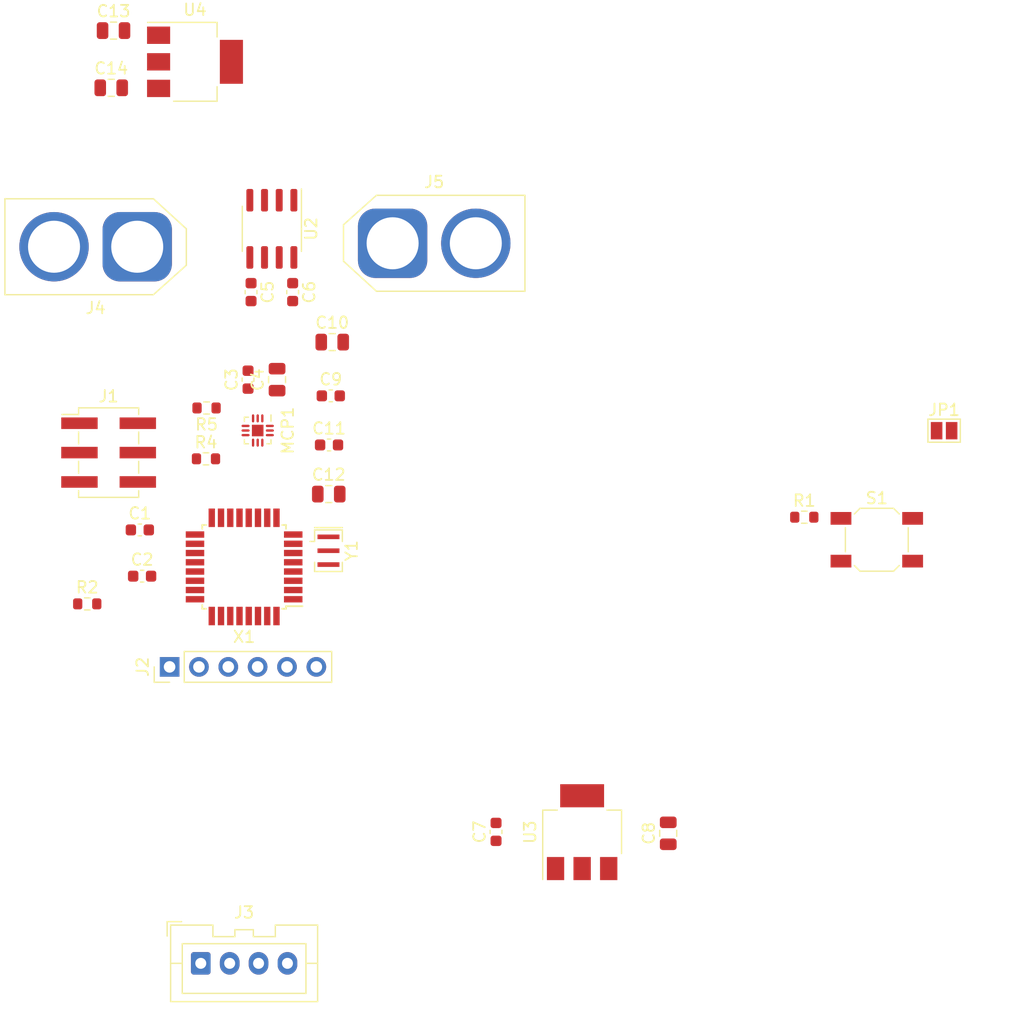
<source format=kicad_pcb>
(kicad_pcb (version 20221018) (generator pcbnew)
  (layers (0 "F.Cu" signal) (31 "B.Cu" signal) (34 "B.Paste" user) (35 "F.Paste" user) (36 "B.SilkS" user "B.Silkscreen") (37 "F.SilkS" user "F.Silkscreen") (38 "B.Mask" user) (39 "F.Mask" user) (44 "Edge.Cuts" user))
  (net 0 "")
  (net 1 "+3V3")
  (net 2 "GND")
  (net 3 "Net-(MCP1-REFIN+)")
  (net 4 "Net-(U2-FILTER)")
  (net 5 "+5V")
  (net 6 "+BATT")
  (net 7 "MISO")
  (net 8 "SCK")
  (net 9 "MOSI")
  (net 10 "RESET")
  (net 12 "RXD")
  (net 13 "TXD")
  (net 15 "Net-(J3-Pin_2)")
  (net 16 "SDA")
  (net 17 "SCL")
  (net 18 "VEH")
  (net 19 "/BATT_DIVIDED")
  (net 20 "/CURRENT")
  (net 21 "CS")
  (net 24 "Net-(X1-XTAL1{slash}PB6)")
  (net 25 "Net-(X1-XTAL2{slash}PB7)")
  (net 30 "SS")
  (footprint "Connector_PinHeader_2.54mm:PinHeader_1x06_P2.54mm_Vertical" (layer "F.Cu") (at 90 107.65 90)
    (fp_text reference "J2" (at 0 -2.33 90) (layer "F.SilkS"))
    (fp_text value "Conn_01x06_Female")
    (fp_line (start -1.33 -1.33) (end 0 -1.33) (stroke (width 0.12)) (layer "F.SilkS"))
    (fp_line (start -1.33 0) (end -1.33 -1.33) (stroke (width 0.12)) (layer "F.SilkS"))
    (fp_line (start -1.33 1.27) (end -1.33 14.03) (stroke (width 0.12)) (layer "F.SilkS"))
    (fp_line (start -1.33 1.27) (end 1.33 1.27) (stroke (width 0.12)) (layer "F.SilkS"))
    (fp_line (start -1.33 14.03) (end 1.33 14.03) (stroke (width 0.12)) (layer "F.SilkS"))
    (fp_line (start 1.33 1.27) (end 1.33 14.03) (stroke (width 0.12)) (layer "F.SilkS"))
    (pad "1" thru_hole rect (at 0 0 90) (size 1.7 1.7) (drill 1) (layers "*.Cu" "*.Mask") (net 2 "GND"))
    (pad "2" thru_hole oval (at 0 2.54 90) (size 1.7 1.7) (drill 1) (layers "*.Cu" "*.Mask"))
    (pad "3" thru_hole oval (at 0 5.08 90) (size 1.7 1.7) (drill 1) (layers "*.Cu" "*.Mask") (net 5 "+5V"))
    (pad "4" thru_hole oval (at 0 7.62 90) (size 1.7 1.7) (drill 1) (layers "*.Cu" "*.Mask") (net 12 "RXD"))
    (pad "5" thru_hole oval (at 0 10.16 90) (size 1.7 1.7) (drill 1) (layers "*.Cu" "*.Mask") (net 13 "TXD"))
    (pad "6" thru_hole oval (at 0 12.7 90) (size 1.7 1.7) (drill 1) (layers "*.Cu" "*.Mask"))
  )
  (footprint "Capacitor_SMD:C_0603_1608Metric" (layer "F.Cu") (at 87.425 95.8)
    (fp_text reference "C1" (at 0 -1.43) (layer "F.SilkS"))
    (fp_text value "10 nF")
    (fp_line (start -0.14058 -0.51) (end 0.14058 -0.51) (stroke (width 0.12)) (layer "F.SilkS"))
    (fp_line (start -0.14058 0.51) (end 0.14058 0.51) (stroke (width 0.12)) (layer "F.SilkS"))
    (pad "1" smd roundrect (at -0.775 0) (size 0.9 0.95) (layers "F.Cu" "F.Paste" "F.Mask") (net 1 "+3V3"))
    (pad "2" smd roundrect (at 0.775 0) (size 0.9 0.95) (layers "F.Cu" "F.Paste" "F.Mask") (net 2 "GND"))
  )
  (footprint "Package_SO:SOIC-8_3.9x4.9mm_P1.27mm" (layer "F.Cu") (at 98.85 69.75 -90)
    (fp_text reference "U2" (at 0 -3.4 90) (layer "F.SilkS"))
    (fp_text value "ACS712ELCTR-20A")
    (fp_line (start 0 -2.56) (end -3.45 -2.56) (stroke (width 0.12)) (layer "F.SilkS"))
    (fp_line (start 0 -2.56) (end 1.95 -2.56) (stroke (width 0.12)) (layer "F.SilkS"))
    (fp_line (start 0 2.56) (end -1.95 2.56) (stroke (width 0.12)) (layer "F.SilkS"))
    (fp_line (start 0 2.56) (end 1.95 2.56) (stroke (width 0.12)) (layer "F.SilkS"))
    (pad "1" smd roundrect (at -2.475 -1.905 270) (size 1.95 0.6) (layers "F.Cu" "F.Paste" "F.Mask") (net 6 "+BATT"))
    (pad "2" smd roundrect (at -2.475 -0.635 270) (size 1.95 0.6) (layers "F.Cu" "F.Paste" "F.Mask") (net 6 "+BATT"))
    (pad "3" smd roundrect (at -2.475 0.635 270) (size 1.95 0.6) (layers "F.Cu" "F.Paste" "F.Mask") (net 18 "VEH"))
    (pad "4" smd roundrect (at -2.475 1.905 270) (size 1.95 0.6) (layers "F.Cu" "F.Paste" "F.Mask") (net 18 "VEH"))
    (pad "5" smd roundrect (at 2.475 1.905 270) (size 1.95 0.6) (layers "F.Cu" "F.Paste" "F.Mask") (net 2 "GND"))
    (pad "6" smd roundrect (at 2.475 0.635 270) (size 1.95 0.6) (layers "F.Cu" "F.Paste" "F.Mask") (net 4 "Net-(U2-FILTER)"))
    (pad "7" smd roundrect (at 2.475 -0.635 270) (size 1.95 0.6) (layers "F.Cu" "F.Paste" "F.Mask") (net 20 "/CURRENT"))
    (pad "8" smd roundrect (at 2.475 -1.905 270) (size 1.95 0.6) (layers "F.Cu" "F.Paste" "F.Mask") (net 5 "+5V"))
  )
  (footprint "Capacitor_SMD:C_0805_2012Metric" (layer "F.Cu") (at 133.15 122.05 90)
    (fp_text reference "C8" (at 0 -1.68 90) (layer "F.SilkS"))
    (fp_text value "22 uF")
    (fp_line (start -0.261252 -0.735) (end 0.261252 -0.735) (stroke (width 0.12)) (layer "F.SilkS"))
    (fp_line (start -0.261252 0.735) (end 0.261252 0.735) (stroke (width 0.12)) (layer "F.SilkS"))
    (pad "1" smd roundrect (at -0.95 0 90) (size 1 1.45) (layers "F.Cu" "F.Paste" "F.Mask") (net 5 "+5V"))
    (pad "2" smd roundrect (at 0.95 0 90) (size 1 1.45) (layers "F.Cu" "F.Paste" "F.Mask") (net 2 "GND"))
  )
  (footprint "Capacitor_SMD:C_0805_2012Metric" (layer "F.Cu") (at 99.3 82.8 90)
    (fp_text reference "C4" (at 0 -1.68 90) (layer "F.SilkS"))
    (fp_text value "10uF")
    (fp_line (start -0.261252 -0.735) (end 0.261252 -0.735) (stroke (width 0.12)) (layer "F.SilkS"))
    (fp_line (start -0.261252 0.735) (end 0.261252 0.735) (stroke (width 0.12)) (layer "F.SilkS"))
    (pad "1" smd roundrect (at -0.95 0 90) (size 1 1.45) (layers "F.Cu" "F.Paste" "F.Mask") (net 3 "Net-(MCP1-REFIN+)"))
    (pad "2" smd roundrect (at 0.95 0 90) (size 1 1.45) (layers "F.Cu" "F.Paste" "F.Mask") (net 2 "GND"))
  )
  (footprint "Resistor_SMD:R_0603_1608Metric" (layer "F.Cu") (at 82.875 102.2)
    (fp_text reference "R2" (at 0 -1.43) (layer "F.SilkS"))
    (fp_text value "10k")
    (fp_line (start -0.237258 -0.5225) (end 0.237258 -0.5225) (stroke (width 0.12)) (layer "F.SilkS"))
    (fp_line (start -0.237258 0.5225) (end 0.237258 0.5225) (stroke (width 0.12)) (layer "F.SilkS"))
    (pad "1" smd roundrect (at -0.825 0) (size 0.8 0.95) (layers "F.Cu" "F.Paste" "F.Mask") (net 21 "CS"))
    (pad "2" smd roundrect (at 0.825 0) (size 0.8 0.95) (layers "F.Cu" "F.Paste" "F.Mask") (net 1 "+3V3"))
  )
  (footprint "Connector_PinHeader_2.54mm:PinHeader_2x03_P2.54mm_Vertical_SMD" (layer "F.Cu") (at 84.725 89.11)
    (fp_text reference "J1" (at 0 -4.87) (layer "F.SilkS"))
    (fp_text value "AVR-ISP-6")
    (fp_line (start -4.04 -3.3) (end -2.6 -3.3) (stroke (width 0.12)) (layer "F.SilkS"))
    (fp_line (start -2.6 -3.87) (end -2.6 -3.3) (stroke (width 0.12)) (layer "F.SilkS"))
    (fp_line (start -2.6 -3.87) (end 2.6 -3.87) (stroke (width 0.12)) (layer "F.SilkS"))
    (fp_line (start -2.6 -1.78) (end -2.6 -0.76) (stroke (width 0.12)) (layer "F.SilkS"))
    (fp_line (start -2.6 0.76) (end -2.6 1.78) (stroke (width 0.12)) (layer "F.SilkS"))
    (fp_line (start -2.6 3.3) (end -2.6 3.87) (stroke (width 0.12)) (layer "F.SilkS"))
    (fp_line (start -2.6 3.87) (end 2.6 3.87) (stroke (width 0.12)) (layer "F.SilkS"))
    (fp_line (start 2.6 -3.87) (end 2.6 -3.3) (stroke (width 0.12)) (layer "F.SilkS"))
    (fp_line (start 2.6 -1.78) (end 2.6 -0.76) (stroke (width 0.12)) (layer "F.SilkS"))
    (fp_line (start 2.6 0.76) (end 2.6 1.78) (stroke (width 0.12)) (layer "F.SilkS"))
    (fp_line (start 2.6 3.3) (end 2.6 3.87) (stroke (width 0.12)) (layer "F.SilkS"))
    (pad "1" smd rect (at -2.525 -2.54) (size 3.15 1) (layers "F.Cu" "F.Paste" "F.Mask") (net 7 "MISO"))
    (pad "2" smd rect (at 2.525 -2.54) (size 3.15 1) (layers "F.Cu" "F.Paste" "F.Mask") (net 5 "+5V"))
    (pad "3" smd rect (at -2.525 0) (size 3.15 1) (layers "F.Cu" "F.Paste" "F.Mask") (net 8 "SCK"))
    (pad "4" smd rect (at 2.525 0) (size 3.15 1) (layers "F.Cu" "F.Paste" "F.Mask") (net 9 "MOSI"))
    (pad "5" smd rect (at -2.525 2.54) (size 3.15 1) (layers "F.Cu" "F.Paste" "F.Mask") (net 10 "RESET"))
    (pad "6" smd rect (at 2.525 2.54) (size 3.15 1) (layers "F.Cu" "F.Paste" "F.Mask") (net 2 "GND"))
  )
  (footprint "Connector_AMASS:AMASS_XT60-M_1x02_P7.20mm_Vertical" (layer "F.Cu") (at 109.3 71)
    (fp_text reference "J5" (at 3.6 -5.3 180) (layer "F.SilkS"))
    (fp_text value "VEH")
    (fp_line (start -4.25 -1.6) (end -4.25 1.55) (stroke (width 0.12)) (layer "F.SilkS"))
    (fp_line (start -4.25 1.55) (end -1.4 4.15) (stroke (width 0.12)) (layer "F.SilkS"))
    (fp_line (start -1.4 -4.15) (end -4.25 -1.6) (stroke (width 0.12)) (layer "F.SilkS"))
    (fp_line (start -1.4 4.15) (end 11.45 4.15) (stroke (width 0.12)) (layer "F.SilkS"))
    (fp_line (start 11.45 -4.15) (end -1.4 -4.15) (stroke (width 0.12)) (layer "F.SilkS"))
    (fp_line (start 11.45 4.15) (end 11.45 -4.15) (stroke (width 0.12)) (layer "F.SilkS"))
    (pad "1" thru_hole roundrect (at 0 0) (size 6 6) (drill 4.5) (layers "*.Cu" "*.Mask") (net 2 "GND"))
    (pad "2" thru_hole circle (at 7.2 0) (size 6 6) (drill 4.5) (layers "*.Cu" "*.Mask") (net 18 "VEH"))
  )
  (footprint "Capacitor_SMD:C_0805_2012Metric" (layer "F.Cu") (at 104.075 79.55)
    (fp_text reference "C10" (at 0 -1.68) (layer "F.SilkS"))
    (fp_text value "10uF")
    (fp_line (start -0.261252 -0.735) (end 0.261252 -0.735) (stroke (width 0.12)) (layer "F.SilkS"))
    (fp_line (start -0.261252 0.735) (end 0.261252 0.735) (stroke (width 0.12)) (layer "F.SilkS"))
    (pad "1" smd roundrect (at -0.95 0) (size 1 1.45) (layers "F.Cu" "F.Paste" "F.Mask") (net 1 "+3V3"))
    (pad "2" smd roundrect (at 0.95 0) (size 1 1.45) (layers "F.Cu" "F.Paste" "F.Mask") (net 2 "GND"))
  )
  (footprint "Package_TO_SOT_SMD:SOT-223-3_TabPin2" (layer "F.Cu") (at 92.2 55.3)
    (fp_text reference "U4" (at 0 -4.5) (layer "F.SilkS"))
    (fp_text value "AZ1117-3.3")
    (fp_line (start -4.1 -3.41) (end 1.91 -3.41) (stroke (width 0.12)) (layer "F.SilkS"))
    (fp_line (start -1.85 3.41) (end 1.91 3.41) (stroke (width 0.12)) (layer "F.SilkS"))
    (fp_line (start 1.91 -3.41) (end 1.91 -2.15) (stroke (width 0.12)) (layer "F.SilkS"))
    (fp_line (start 1.91 3.41) (end 1.91 2.15) (stroke (width 0.12)) (layer "F.SilkS"))
    (pad "1" smd rect (at -3.15 -2.3) (size 2 1.5) (layers "F.Cu" "F.Paste" "F.Mask") (net 2 "GND"))
    (pad "2" smd rect (at -3.15 0) (size 2 1.5) (layers "F.Cu" "F.Paste" "F.Mask") (net 1 "+3V3"))
    (pad "2" smd rect (at 3.15 0) (size 2 3.8) (layers "F.Cu" "F.Paste" "F.Mask") (net 1 "+3V3"))
    (pad "3" smd rect (at -3.15 2.3) (size 2 1.5) (layers "F.Cu" "F.Paste" "F.Mask") (net 1 "+3V3"))
  )
  (footprint "Capacitor_SMD:C_0603_1608Metric" (layer "F.Cu") (at 100.65 75.225 -90)
    (fp_text reference "C6" (at 0 -1.43 90) (layer "F.SilkS"))
    (fp_text value "100 nF")
    (fp_line (start -0.14058 -0.51) (end 0.14058 -0.51) (stroke (width 0.12)) (layer "F.SilkS"))
    (fp_line (start -0.14058 0.51) (end 0.14058 0.51) (stroke (width 0.12)) (layer "F.SilkS"))
    (pad "1" smd roundrect (at -0.775 0 270) (size 0.9 0.95) (layers "F.Cu" "F.Paste" "F.Mask") (net 5 "+5V"))
    (pad "2" smd roundrect (at 0.775 0 270) (size 0.9 0.95) (layers "F.Cu" "F.Paste" "F.Mask") (net 2 "GND"))
  )
  (footprint "Jumper:SolderJumper-2_P1.3mm_Open_Pad1.0x1.5mm" (layer "F.Cu") (at 157.025 87.215)
    (fp_text reference "JP1" (at 0 -1.8) (layer "F.SilkS"))
    (fp_text value "Power Connect")
    (fp_line (start -1.4 -1) (end 1.4 -1) (stroke (width 0.12)) (layer "F.SilkS"))
    (fp_line (start -1.4 1) (end -1.4 -1) (stroke (width 0.12)) (layer "F.SilkS"))
    (fp_line (start 1.4 -1) (end 1.4 1) (stroke (width 0.12)) (layer "F.SilkS"))
    (fp_line (start 1.4 1) (end -1.4 1) (stroke (width 0.12)) (layer "F.SilkS"))
    (pad "1" smd rect (at -0.65 0) (size 1 1.5) (layers "F.Cu" "F.Mask") (net 5 "+5V"))
    (pad "2" smd rect (at 0.65 0) (size 1 1.5) (layers "F.Cu" "F.Mask") (net 15 "Net-(J3-Pin_2)"))
  )
  (footprint "Resistor_SMD:R_0603_1608Metric" (layer "F.Cu") (at 93.2 85.25 180)
    (fp_text reference "R5" (at 0 -1.43) (layer "F.SilkS"))
    (fp_text value "10k")
    (fp_line (start -0.237258 -0.5225) (end 0.237258 -0.5225) (stroke (width 0.12)) (layer "F.SilkS"))
    (fp_line (start -0.237258 0.5225) (end 0.237258 0.5225) (stroke (width 0.12)) (layer "F.SilkS"))
    (pad "1" smd roundrect (at -0.825 0 180) (size 0.8 0.95) (layers "F.Cu" "F.Paste" "F.Mask") (net 19 "/BATT_DIVIDED"))
    (pad "2" smd roundrect (at 0.825 0 180) (size 0.8 0.95) (layers "F.Cu" "F.Paste" "F.Mask") (net 2 "GND"))
  )
  (footprint "Capacitor_SMD:C_0805_2012Metric" (layer "F.Cu") (at 85.15 52.6)
    (fp_text reference "C13" (at 0 -1.68) (layer "F.SilkS"))
    (fp_text value "10uF")
    (fp_line (start -0.261252 -0.735) (end 0.261252 -0.735) (stroke (width 0.12)) (layer "F.SilkS"))
    (fp_line (start -0.261252 0.735) (end 0.261252 0.735) (stroke (width 0.12)) (layer "F.SilkS"))
    (pad "1" smd roundrect (at -0.95 0) (size 1 1.45) (layers "F.Cu" "F.Paste" "F.Mask") (net 1 "+3V3"))
    (pad "2" smd roundrect (at 0.95 0) (size 1 1.45) (layers "F.Cu" "F.Paste" "F.Mask") (net 2 "GND"))
  )
  (footprint "Button_Switch_SMD:SW_SPST_SKQG_WithStem" (layer "F.Cu") (at 151.2 96.65)
    (fp_text reference "S1" (at 0 -3.6) (layer "F.SilkS"))
    (fp_text value "RST")
    (fp_line (start -2.72 1.04) (end -2.72 -1.04) (stroke (width 0.12)) (layer "F.SilkS"))
    (fp_line (start -1.45 -2.72) (end -1.94 -2.23) (stroke (width 0.12)) (layer "F.SilkS"))
    (fp_line (start -1.45 -2.72) (end 1.45 -2.72) (stroke (width 0.12)) (layer "F.SilkS"))
    (fp_line (start -1.45 2.72) (end -1.94 2.23) (stroke (width 0.12)) (layer "F.SilkS"))
    (fp_line (start -1.45 2.72) (end 1.45 2.72) (stroke (width 0.12)) (layer "F.SilkS"))
    (fp_line (start 1.45 -2.72) (end 1.94 -2.23) (stroke (width 0.12)) (layer "F.SilkS"))
    (fp_line (start 1.45 2.72) (end 1.94 2.23) (stroke (width 0.12)) (layer "F.SilkS"))
    (fp_line (start 2.72 1.04) (end 2.72 -1.04) (stroke (width 0.12)) (layer "F.SilkS"))
    (pad "1" smd rect (at -3.1 -1.85) (size 1.8 1.1) (layers "F.Cu" "F.Paste" "F.Mask") (net 10 "RESET"))
    (pad "1" smd rect (at 3.1 -1.85) (size 1.8 1.1) (layers "F.Cu" "F.Paste" "F.Mask") (net 10 "RESET"))
    (pad "2" smd rect (at -3.1 1.85) (size 1.8 1.1) (layers "F.Cu" "F.Paste" "F.Mask") (net 2 "GND"))
    (pad "2" smd rect (at 3.1 1.85) (size 1.8 1.1) (layers "F.Cu" "F.Paste" "F.Mask") (net 2 "GND"))
  )
  (footprint "Resistor_SMD:R_0603_1608Metric" (layer "F.Cu") (at 93.15 89.65)
    (fp_text reference "R4" (at 0 -1.43) (layer "F.SilkS"))
    (fp_text value "30k")
    (fp_line (start -0.237258 -0.5225) (end 0.237258 -0.5225) (stroke (width 0.12)) (layer "F.SilkS"))
    (fp_line (start -0.237258 0.5225) (end 0.237258 0.5225) (stroke (width 0.12)) (layer "F.SilkS"))
    (pad "1" smd roundrect (at -0.825 0) (size 0.8 0.95) (layers "F.Cu" "F.Paste" "F.Mask") (net 6 "+BATT"))
    (pad "2" smd roundrect (at 0.825 0) (size 0.8 0.95) (layers "F.Cu" "F.Paste" "F.Mask") (net 19 "/BATT_DIVIDED"))
  )
  (footprint "Capacitor_SMD:C_0603_1608Metric" (layer "F.Cu") (at 118.25 121.925 90)
    (fp_text reference "C7" (at 0 -1.43 90) (layer "F.SilkS"))
    (fp_text value "1 uF")
    (fp_line (start -0.14058 -0.51) (end 0.14058 -0.51) (stroke (width 0.12)) (layer "F.SilkS"))
    (fp_line (start -0.14058 0.51) (end 0.14058 0.51) (stroke (width 0.12)) (layer "F.SilkS"))
    (pad "1" smd roundrect (at -0.775 0 90) (size 0.9 0.95) (layers "F.Cu" "F.Paste" "F.Mask") (net 6 "+BATT"))
    (pad "2" smd roundrect (at 0.775 0 90) (size 0.9 0.95) (layers "F.Cu" "F.Paste" "F.Mask") (net 2 "GND"))
  )
  (footprint "Resistor_SMD:R_0603_1608Metric" (layer "F.Cu") (at 144.925 94.7)
    (fp_text reference "R1" (at 0 -1.43) (layer "F.SilkS"))
    (fp_text value "10k")
    (fp_line (start -0.237258 -0.5225) (end 0.237258 -0.5225) (stroke (width 0.12)) (layer "F.SilkS"))
    (fp_line (start -0.237258 0.5225) (end 0.237258 0.5225) (stroke (width 0.12)) (layer "F.SilkS"))
    (pad "1" smd roundrect (at -0.825 0) (size 0.8 0.95) (layers "F.Cu" "F.Paste" "F.Mask") (net 5 "+5V"))
    (pad "2" smd roundrect (at 0.825 0) (size 0.8 0.95) (layers "F.Cu" "F.Paste" "F.Mask") (net 10 "RESET"))
  )
  (footprint "Connector_JST:JST_XA_B04B-XASK-1_1x04_P2.50mm_Vertical" (layer "F.Cu") (at 92.7 133.3)
    (fp_text reference "J3" (at 3.75 -4.4) (layer "F.SilkS"))
    (fp_text value "Conn_01x04_Socket")
    (fp_line (start -2.91 -3.61) (end -2.91 -2.36) (stroke (width 0.12)) (layer "F.SilkS"))
    (fp_line (start -2.61 -3.31) (end -2.61 3.31) (stroke (width 0.12)) (layer "F.SilkS"))
    (fp_line (start -2.61 0) (end -1.6 0) (stroke (width 0.12)) (layer "F.SilkS"))
    (fp_line (start -2.61 3.31) (end 10.11 3.31) (stroke (width 0.12)) (layer "F.SilkS"))
    (fp_line (start -1.66 -3.61) (end -2.91 -3.61) (stroke (width 0.12)) (layer "F.SilkS"))
    (fp_line (start -1.6 -1.7) (end -1.6 2.6) (stroke (width 0.12)) (layer "F.SilkS"))
    (fp_line (start -1.6 2.6) (end 9.1 2.6) (stroke (width 0.12)) (layer "F.SilkS"))
    (fp_line (start 1.05 -3.31) (end -2.61 -3.31) (stroke (width 0.12)) (layer "F.SilkS"))
    (fp_line (start 1.05 -2.31) (end 1.05 -3.31) (stroke (width 0.12)) (layer "F.SilkS"))
    (fp_line (start 2.95 -2.91) (end 2.95 -2.31) (stroke (width 0.12)) (layer "F.SilkS"))
    (fp_line (start 2.95 -2.31) (end 1.05 -2.31) (stroke (width 0.12)) (layer "F.SilkS"))
    (fp_line (start 4.55 -2.91) (end 2.95 -2.91) (stroke (width 0.12)) (layer "F.SilkS"))
    (fp_line (start 4.55 -2.31) (end 4.55 -2.91) (stroke (width 0.12)) (layer "F.SilkS"))
    (fp_line (start 6.45 -3.31) (end 6.45 -2.31) (stroke (width 0.12)) (layer "F.SilkS"))
    (fp_line (start 6.45 -2.31) (end 4.55 -2.31) (stroke (width 0.12)) (layer "F.SilkS"))
    (fp_line (start 9.1 -1.7) (end -1.6 -1.7) (stroke (width 0.12)) (layer "F.SilkS"))
    (fp_line (start 9.1 2.6) (end 9.1 -1.7) (stroke (width 0.12)) (layer "F.SilkS"))
    (fp_line (start 10.11 -3.31) (end 6.45 -3.31) (stroke (width 0.12)) (layer "F.SilkS"))
    (fp_line (start 10.11 0) (end 9.1 0) (stroke (width 0.12)) (layer "F.SilkS"))
    (fp_line (start 10.11 3.31) (end 10.11 -3.31) (stroke (width 0.12)) (layer "F.SilkS"))
    (pad "1" thru_hole roundrect (at 0 0) (size 1.7 1.95) (drill 0.95) (layers "*.Cu" "*.Mask") (roundrect_rratio 0.147059) (net 2 "GND"))
    (pad "2" thru_hole oval (at 2.5 0) (size 1.7 1.95) (drill 0.95) (layers "*.Cu" "*.Mask") (net 15 "Net-(J3-Pin_2)"))
    (pad "3" thru_hole oval (at 5 0) (size 1.7 1.95) (drill 0.95) (layers "*.Cu" "*.Mask") (net 16 "SDA"))
    (pad "4" thru_hole oval (at 7.5 0) (size 1.7 1.95) (drill 0.95) (layers "*.Cu" "*.Mask") (net 17 "SCL"))
  )
  (footprint "Capacitor_SMD:C_0805_2012Metric" (layer "F.Cu") (at 84.95 57.55)
    (fp_text reference "C14" (at 0 -1.68) (layer "F.SilkS"))
    (fp_text value "22uF")
    (fp_line (start -0.261252 -0.735) (end 0.261252 -0.735) (stroke (width 0.12)) (layer "F.SilkS"))
    (fp_line (start -0.261252 0.735) (end 0.261252 0.735) (stroke (width 0.12)) (layer "F.SilkS"))
    (pad "1" smd roundrect (at -0.95 0) (size 1 1.45) (layers "F.Cu" "F.Paste" "F.Mask") (net 1 "+3V3"))
    (pad "2" smd roundrect (at 0.95 0) (size 1 1.45) (layers "F.Cu" "F.Paste" "F.Mask") (net 2 "GND"))
  )
  (footprint "Crystal:Resonator_SMD_Murata_CSTxExxV-3Pin_3.0x1.1mm" (layer "F.Cu") (at 103.75 97.6 -90)
    (fp_text reference "Y1" (at 0 -2 90) (layer "F.SilkS"))
    (fp_text value "8M")
    (fp_line (start -2 -1.2) (end -2 0.8) (stroke (width 0.12)) (layer "F.SilkS"))
    (fp_line (start -2 0.8) (end -2 1.2) (stroke (width 0.12)) (layer "F.SilkS"))
    (fp_line (start -1.8 -1.2) (end -0.8 -1.2) (stroke (width 0.12)) (layer "F.SilkS"))
    (fp_line (start -1.8 0.8) (end -1.8 -1.2) (stroke (width 0.12)) (layer "F.SilkS"))
    (fp_line (start -1.8 0.8) (end -1.8 1.2) (stroke (width 0.12)) (layer "F.SilkS"))
    (fp_line (start -0.8 1.2) (end -1.8 1.2) (stroke (width 0.12)) (layer "F.SilkS"))
    (fp_line (start -0.8 1.2) (end -0.8 1.6) (stroke (width 0.12)) (layer "F.SilkS"))
    (fp_line (start 1 -1.2) (end 1.8 -1.2) (stroke (width 0.12)) (layer "F.SilkS"))
    (fp_line (start 1.8 -1.2) (end 1.8 0.8) (stroke (width 0.12)) (layer "F.SilkS"))
    (fp_line (start 1.8 0.8) (end 1.8 1.2) (stroke (width 0.12)) (layer "F.SilkS"))
    (fp_line (start 1.8 1.2) (end 1 1.2) (stroke (width 0.12)) (layer "F.SilkS"))
    (pad "1" smd rect (at -1.2 0 270) (size 0.4 1.9) (layers "F.Cu" "F.Paste" "F.Mask") (net 25 "Net-(X1-XTAL2{slash}PB7)"))
    (pad "2" smd rect (at 0 0 270) (size 0.4 1.9) (layers "F.Cu" "F.Paste" "F.Mask") (net 2 "GND"))
    (pad "3" smd rect (at 1.2 0 270) (size 0.4 1.9) (layers "F.Cu" "F.Paste" "F.Mask") (net 24 "Net-(X1-XTAL1{slash}PB6)"))
  )
  (footprint "Capacitor_SMD:C_0805_2012Metric" (layer "F.Cu") (at 103.775 92.7)
    (fp_text reference "C12" (at 0 -1.68) (layer "F.SilkS"))
    (fp_text value "10uF")
    (fp_line (start -0.261252 -0.735) (end 0.261252 -0.735) (stroke (width 0.12)) (layer "F.SilkS"))
    (fp_line (start -0.261252 0.735) (end 0.261252 0.735) (stroke (width 0.12)) (layer "F.SilkS"))
    (pad "1" smd roundrect (at -0.95 0) (size 1 1.45) (layers "F.Cu" "F.Paste" "F.Mask") (net 1 "+3V3"))
    (pad "2" smd roundrect (at 0.95 0) (size 1 1.45) (layers "F.Cu" "F.Paste" "F.Mask") (net 2 "GND"))
  )
  (footprint "Connector_AMASS:AMASS_XT60-F_1x02_P7.20mm_Vertical" (layer "F.Cu") (at 87.2 71.3 180)
    (fp_text reference "J4" (at 3.6 -5.3) (layer "F.SilkS"))
    (fp_text value "BATT")
    (fp_line (start -4.25 -1.6) (end -4.25 1.55) (stroke (width 0.12)) (layer "F.SilkS"))
    (fp_line (start -4.25 1.55) (end -1.4 4.15) (stroke (width 0.12)) (layer "F.SilkS"))
    (fp_line (start -1.4 -4.15) (end -4.25 -1.6) (stroke (width 0.12)) (layer "F.SilkS"))
    (fp_line (start -1.4 4.15) (end 11.45 4.15) (stroke (width 0.12)) (layer "F.SilkS"))
    (fp_line (start 11.45 -4.15) (end -1.4 -4.15) (stroke (width 0.12)) (layer "F.SilkS"))
    (fp_line (start 11.45 4.15) (end 11.45 -4.15) (stroke (width 0.12)) (layer "F.SilkS"))
    (pad "1" thru_hole roundrect (at 0 0 180) (size 6 6) (drill 4.5) (layers "*.Cu" "*.Mask") (net 2 "GND"))
    (pad "2" thru_hole circle (at 7.2 0 180) (size 6 6) (drill 4.5) (layers "*.Cu" "*.Mask") (net 6 "+BATT"))
  )
  (footprint "Capacitor_SMD:C_0603_1608Metric" (layer "F.Cu") (at 97.05 75.225 -90)
    (fp_text reference "C5" (at 0 -1.43 90) (layer "F.SilkS"))
    (fp_text value "1 nF")
    (fp_line (start -0.14058 -0.51) (end 0.14058 -0.51) (stroke (width 0.12)) (layer "F.SilkS"))
    (fp_line (start -0.14058 0.51) (end 0.14058 0.51) (stroke (width 0.12)) (layer "F.SilkS"))
    (pad "1" smd roundrect (at -0.775 0 270) (size 0.9 0.95) (layers "F.Cu" "F.Paste" "F.Mask") (net 4 "Net-(U2-FILTER)"))
    (pad "2" smd roundrect (at 0.775 0 270) (size 0.9 0.95) (layers "F.Cu" "F.Paste" "F.Mask") (net 2 "GND"))
  )
  (footprint "Package_QFP:TQFP-32_7x7mm_P0.8mm" (layer "F.Cu") (at 96.45 99 180)
    (fp_text reference "X1" (at 0 -6.05) (layer "F.SilkS"))
    (fp_text value "ATmega328-A")
    (fp_line (start -3.625 -3.625) (end -3.625 -3.4) (stroke (width 0.15)) (layer "F.SilkS"))
    (fp_line (start -3.625 -3.625) (end -3.3 -3.625) (stroke (width 0.15)) (layer "F.SilkS"))
    (fp_line (start -3.625 -3.4) (end -5.05 -3.4) (stroke (width 0.15)) (layer "F.SilkS"))
    (fp_line (start -3.625 3.625) (end -3.625 3.3) (stroke (width 0.15)) (layer "F.SilkS"))
    (fp_line (start -3.625 3.625) (end -3.3 3.625) (stroke (width 0.15)) (layer "F.SilkS"))
    (fp_line (start 3.625 -3.625) (end 3.3 -3.625) (stroke (width 0.15)) (layer "F.SilkS"))
    (fp_line (start 3.625 -3.625) (end 3.625 -3.3) (stroke (width 0.15)) (layer "F.SilkS"))
    (fp_line (start 3.625 3.625) (end 3.3 3.625) (stroke (width 0.15)) (layer "F.SilkS"))
    (fp_line (start 3.625 3.625) (end 3.625 3.3) (stroke (width 0.15)) (layer "F.SilkS"))
    (pad "1" smd rect (at -4.25 -2.8 180) (size 1.6 0.55) (layers "F.Cu" "F.Paste" "F.Mask"))
    (pad "2" smd rect (at -4.25 -2 180) (size 1.6 0.55) (layers "F.Cu" "F.Paste" "F.Mask"))
    (pad "3" smd rect (at -4.25 -1.2 180) (size 1.6 0.55) (layers "F.Cu" "F.Paste" "F.Mask") (net 2 "GND"))
    (pad "4" smd rect (at -4.25 -0.4 180) (size 1.6 0.55) (layers "F.Cu" "F.Paste" "F.Mask") (net 1 "+3V3"))
    (pad "5" smd rect (at -4.25 0.4 180) (size 1.6 0.55) (layers "F.Cu" "F.Paste" "F.Mask") (net 2 "GND"))
    (pad "6" smd rect (at -4.25 1.2 180) (size 1.6 0.55) (layers "F.Cu" "F.Paste" "F.Mask") (net 1 "+3V3"))
    (pad "7" smd rect (at -4.25 2 180) (size 1.6 0.55) (layers "F.Cu" "F.Paste" "F.Mask") (net 24 "Net-(X1-XTAL1{slash}PB6)"))
    (pad "8" smd rect (at -4.25 2.8 180) (size 1.6 0.55) (layers "F.Cu" "F.Paste" "F.Mask") (net 25 "Net-(X1-XTAL2{slash}PB7)"))
    (pad "9" smd rect (at -2.8 4.25 270) (size 1.6 0.55) (layers "F.Cu" "F.Paste" "F.Mask"))
    (pad "10" smd rect (at -2 4.25 270) (size 1.6 0.55) (layers "F.Cu" "F.Paste" "F.Mask"))
    (pad "11" smd rect (at -1.2 4.25 270) (size 1.6 0.55) (layers "F.Cu" "F.Paste" "F.Mask"))
    (pad "12" smd rect (at -0.4 4.25 270) (size 1.6 0.55) (layers "F.Cu" "F.Paste" "F.Mask") (net 21 "CS"))
    (pad "13" smd rect (at 0.4 4.25 270) (size 1.6 0.55) (layers "F.Cu" "F.Paste" "F.Mask"))
    (pad "14" smd rect (at 1.2 4.25 270) (size 1.6 0.55) (layers "F.Cu" "F.Paste" "F.Mask") (net 30 "SS"))
    (pad "15" smd rect (at 2 4.25 270) (size 1.6 0.55) (layers "F.Cu" "F.Paste" "F.Mask") (net 9 "MOSI"))
    (pad "16" smd rect (at 2.8 4.25 270) (size 1.6 0.55) (layers "F.Cu" "F.Paste" "F.Mask") (net 7 "MISO"))
    (pad "17" smd rect (at 4.25 2.8 180) (size 1.6 0.55) (layers "F.Cu" "F.Paste" "F.Mask") (net 8 "SCK"))
    (pad "18" smd rect (at 4.25 2 180) (size 1.6 0.55) (layers "F.Cu" "F.Paste" "F.Mask") (net 1 "+3V3"))
    (pad "19" smd rect (at 4.25 1.2 180) (size 1.6 0.55) (layers "F.Cu" "F.Paste" "F.Mask"))
    (pad "20" smd rect (at 4.25 0.4 180) (size 1.6 0.55) (layers "F.Cu" "F.Paste" "F.Mask"))
    (pad "21" smd rect (at 4.25 -0.4 180) (size 1.6 0.55) (layers "F.Cu" "F.Paste" "F.Mask") (net 2 "GND"))
    (pad "22" smd rect (at 4.25 -1.2 180) (size 1.6 0.55) (layers "F.Cu" "F.Paste" "F.Mask"))
    (pad "23" smd rect (at 4.25 -2 180) (size 1.6 0.55) (layers "F.Cu" "F.Paste" "F.Mask"))
    (pad "24" smd rect (at 4.25 -2.8 180) (size 1.6 0.55) (layers "F.Cu" "F.Paste" "F.Mask"))
    (pad "25" smd rect (at 2.8 -4.25 270) (size 1.6 0.55) (layers "F.Cu" "F.Paste" "F.Mask"))
    (pad "26" smd rect (at 2 -4.25 270) (size 1.6 0.55) (layers "F.Cu" "F.Paste" "F.Mask"))
    (pad "27" smd rect (at 1.2 -4.25 270) (size 1.6 0.55) (layers "F.Cu" "F.Paste" "F.Mask") (net 16 "SDA"))
    (pad "28" smd rect (at 0.4 -4.25 270) (size 1.6 0.55) (layers "F.Cu" "F.Paste" "F.Mask") (net 17 "SCL"))
    (pad "29" smd rect (at -0.4 -4.25 270) (size 1.6 0.55) (layers "F.Cu" "F.Paste" "F.Mask") (net 10 "RESET"))
    (pad "30" smd rect (at -1.2 -4.25 270) (size 1.6 0.55) (layers "F.Cu" "F.Paste" "F.Mask") (net 12 "RXD"))
    (pad "31" smd rect (at -2 -4.25 270) (size 1.6 0.55) (layers "F.Cu" "F.Paste" "F.Mask") (net 13 "TXD"))
    (pad "32" smd rect (at -2.8 -4.25 270) (size 1.6 0.55) (layers "F.Cu" "F.Paste" "F.Mask"))
  )
  (footprint "Capacitor_SMD:C_0603_1608Metric" (layer "F.Cu") (at 96.79 82.8 90)
    (fp_text reference "C3" (at 0 -1.43 90) (layer "F.SilkS"))
    (fp_text value "0.1uF")
    (fp_line (start -0.14058 -0.51) (end 0.14058 -0.51) (stroke (width 0.12)) (layer "F.SilkS"))
    (fp_line (start -0.14058 0.51) (end 0.14058 0.51) (stroke (width 0.12)) (layer "F.SilkS"))
    (pad "1" smd roundrect (at -0.775 0 90) (size 0.9 0.95) (layers "F.Cu" "F.Paste" "F.Mask") (net 3 "Net-(MCP1-REFIN+)"))
    (pad "2" smd roundrect (at 0.775 0 90) (size 0.9 0.95) (layers "F.Cu" "F.Paste" "F.Mask") (net 2 "GND"))
  )
  (footprint "Capacitor_SMD:C_0603_1608Metric" (layer "F.Cu") (at 103.8 88.45)
    (fp_text reference "C11" (at 0 -1.43) (layer "F.SilkS"))
    (fp_text value "0.1uF")
    (fp_line (start -0.14058 -0.51) (end 0.14058 -0.51) (stroke (width 0.12)) (layer "F.SilkS"))
    (fp_line (start -0.14058 0.51) (end 0.14058 0.51) (stroke (width 0.12)) (layer "F.SilkS"))
    (pad "1" smd roundrect (at -0.775 0) (size 0.9 0.95) (layers "F.Cu" "F.Paste" "F.Mask") (net 1 "+3V3"))
    (pad "2" smd roundrect (at 0.775 0) (size 0.9 0.95) (layers "F.Cu" "F.Paste" "F.Mask") (net 2 "GND"))
  )
  (footprint "Capacitor_SMD:C_0603_1608Metric" (layer "F.Cu") (at 103.95 84.2)
    (fp_text reference "C9" (at 0 -1.43) (layer "F.SilkS"))
    (fp_text value "0.1uF")
    (fp_line (start -0.14058 -0.51) (end 0.14058 -0.51) (stroke (width 0.12)) (layer "F.SilkS"))
    (fp_line (start -0.14058 0.51) (end 0.14058 0.51) (stroke (width 0.12)) (layer "F.SilkS"))
    (pad "1" smd roundrect (at -0.775 0) (size 0.9 0.95) (layers "F.Cu" "F.Paste" "F.Mask") (net 1 "+3V3"))
    (pad "2" smd roundrect (at 0.775 0) (size 0.9 0.95) (layers "F.Cu" "F.Paste" "F.Mask") (net 2 "GND"))
  )
  (footprint "ADC Pretty:QFN-12_EP_2x2_Pitch0.4mm" (layer "F.Cu") (at 97.625 87.2 -90)
    (fp_text reference "MCP1" (at 0 -2.6 90) (layer "F.SilkS"))
    (fp_text value "~")
    (fp_line (start -1.15 1.15) (end -1.15 0.8) (stroke (width 0.12)) (layer "F.SilkS"))
    (fp_line (start -0.8 -1.15) (end -1.35 -1.15) (stroke (width 0.12)) (layer "F.SilkS"))
    (fp_line (start -0.8 1.15) (end -1.15 1.15) (stroke (width 0.12)) (layer "F.SilkS"))
    (fp_line (start 0.8 -1.15) (end 1.15 -1.15) (stroke (width 0.12)) (layer "F.SilkS"))
    (fp_line (start 0.8 1.15) (end 1.15 1.15) (stroke (width 0.12)) (layer "F.SilkS"))
    (fp_line (start 1.15 -1.15) (end 1.15 -0.8) (stroke (width 0.12)) (layer "F.SilkS"))
    (fp_line (start 1.15 1.15) (end 1.15 0.8) (stroke (width 0.12)) (layer "F.SilkS"))
    (pad "1" smd oval (at -1.05 -0.4) (size 0.2 0.7) (layers "F.Cu" "F.Paste" "F.Mask") (net 2 "GND"))
    (pad "2" smd oval (at -1.05 0) (size 0.2 0.7) (layers "F.Cu" "F.Paste" "F.Mask") (net 2 "GND"))
    (pad "3" smd oval (at -1.05 0.4) (size 0.2 0.7) (layers "F.Cu" "F.Paste" "F.Mask") (net 3 "Net-(MCP1-REFIN+)"))
    (pad "4" smd oval (at -0.4 1.05 270) (size 0.2 0.7) (layers "F.Cu" "F.Paste" "F.Mask") (net 19 "/BATT_DIVIDED"))
    (pad "5" smd oval (at 0 1.05 270) (size 0.2 0.7) (layers "F.Cu" "F.Paste" "F.Mask") (net 20 "/CURRENT"))
    (pad "6" smd oval (at 0.4 1.05 270) (size 0.2 0.7) (layers "F.Cu" "F.Paste" "F.Mask") (net 21 "CS"))
    (pad "7" smd oval (at 1.05 0.4) (size 0.2 0.7) (layers "F.Cu" "F.Paste" "F.Mask") (net 8 "SCK"))
    (pad "8" smd oval (at 1.05 0) (size 0.2 0.7) (layers "F.Cu" "F.Paste" "F.Mask") (net 9 "MOSI"))
    (pad "9" smd oval (at 1.05 -0.4) (size 0.2 0.7) (layers "F.Cu" "F.Paste" "F.Mask") (net 7 "MISO"))
    (pad "10" smd oval (at 0.4 -1.05 270) (size 0.2 0.7) (layers "F.Cu" "F.Paste" "F.Mask") (net 2 "GND"))
    (pad "11" smd oval (at 0 -1.05 270) (size 0.2 0.7) (layers "F.Cu" "F.Paste" "F.Mask") (net 1 "+3V3"))
    (pad "12" smd oval (at -0.4 -1.05 270) (size 0.2 0.7) (layers "F.Cu" "F.Paste" "F.Mask") (net 1 "+3V3"))
    (pad "13" smd rect (at 0 0 270) (size 1 1) (layers "F.Cu" "F.Paste" "F.Mask"))
  )
  (footprint "Package_TO_SOT_SMD:SOT-223-3_TabPin2" (layer "F.Cu") (at 125.7 121.95 90)
    (fp_text reference "U3" (at 0 -4.5 90) (layer "F.SilkS"))
    (fp_text value "TS2940CW50")
    (fp_line (start -4.1 -3.41) (end 1.91 -3.41) (stroke (width 0.12)) (layer "F.SilkS"))
    (fp_line (start -1.85 3.41) (end 1.91 3.41) (stroke (width 0.12)) (layer "F.SilkS"))
    (fp_line (start 1.91 -3.41) (end 1.91 -2.15) (stroke (width 0.12)) (layer "F.SilkS"))
    (fp_line (start 1.91 3.41) (end 1.91 2.15) (stroke (width 0.12)) (layer "F.SilkS"))
    (pad "1" smd rect (at -3.15 -2.3 90) (size 2 1.5) (layers "F.Cu" "F.Paste" "F.Mask") (net 6 "+BATT"))
    (pad "2" smd rect (at -3.15 0 90) (size 2 1.5) (layers "F.Cu" "F.Paste" "F.Mask") (net 2 "GND"))
    (pad "2" smd rect (at 3.15 0 90) (size 2 3.8) (layers "F.Cu" "F.Paste" "F.Mask") (net 2 "GND"))
    (pad "3" smd rect (at -3.15 2.3 90) (size 2 1.5) (layers "F.Cu" "F.Paste" "F.Mask") (net 5 "+5V"))
  )
  (footprint "Capacitor_SMD:C_0603_1608Metric" (layer "F.Cu") (at 87.625 99.8)
    (fp_text reference "C2" (at 0 -1.43) (layer "F.SilkS"))
    (fp_text value "100 nF")
    (fp_line (start -0.14058 -0.51) (end 0.14058 -0.51) (stroke (width 0.12)) (layer "F.SilkS"))
    (fp_line (start -0.14058 0.51) (end 0.14058 0.51) (stroke (width 0.12)) (layer "F.SilkS"))
    (pad "1" smd roundrect (at -0.775 0) (size 0.9 0.95) (layers "F.Cu" "F.Paste" "F.Mask") (net 1 "+3V3"))
    (pad "2" smd roundrect (at 0.775 0) (size 0.9 0.95) (layers "F.Cu" "F.Paste" "F.Mask") (net 2 "GND"))
  )
)
</source>
